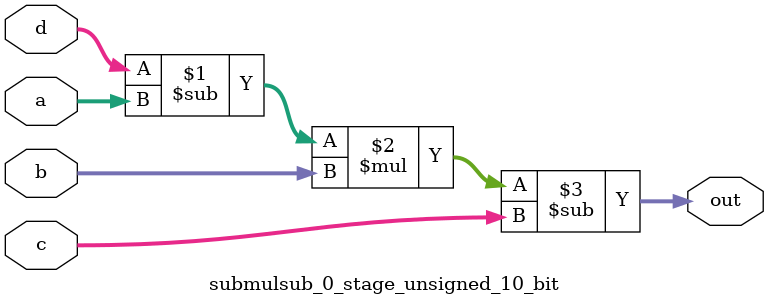
<source format=sv>
(* use_dsp = "yes" *) module submulsub_0_stage_unsigned_10_bit(
	input  [9:0] a,
	input  [9:0] b,
	input  [9:0] c,
	input  [9:0] d,
	output [9:0] out
	);

	assign out = ((d - a) * b) - c;
endmodule

</source>
